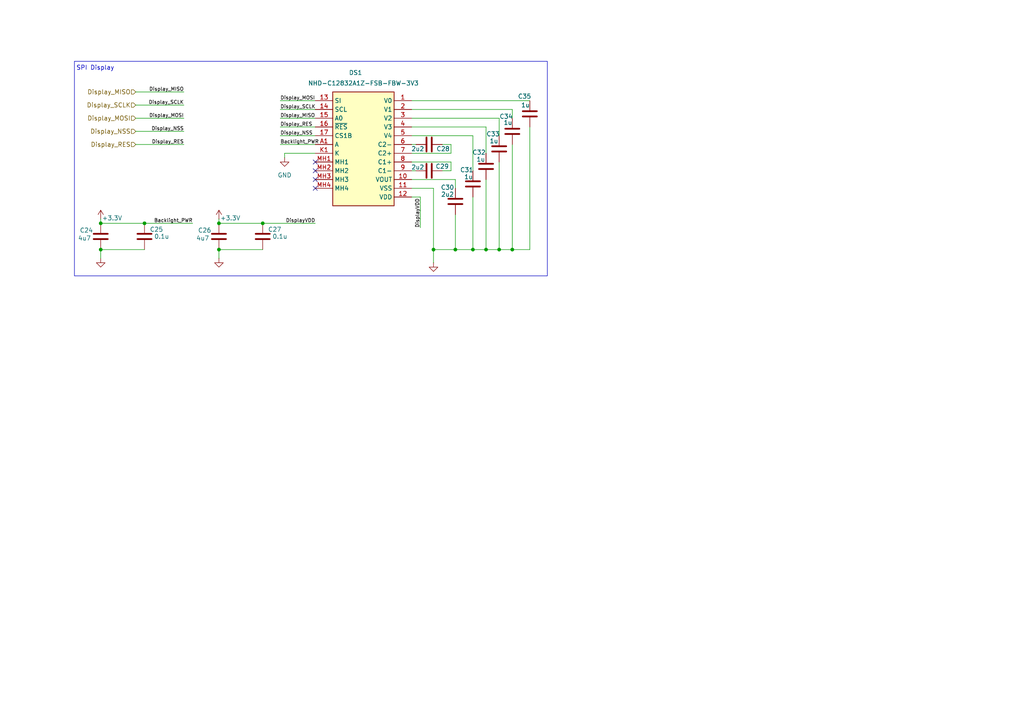
<source format=kicad_sch>
(kicad_sch (version 20250114) (generator "eeschema") (generator_version "9.0")
  (paper "A4")
  (lib_symbols
    (symbol "Device:C" (pin_numbers (hide yes)) (pin_names (offset 0.254))
      (property "Reference" "C" (at 0.635 2.54 0))
      (property "Value" "C" (at 0.635 -2.54 0))
      (symbol "C_0_1"
        (polyline (pts (xy -2.032 0.762) (xy 2.032 0.762)) (stroke (width 0.508)))
        (polyline (pts (xy -2.032 -0.762) (xy 2.032 -0.762)) (stroke (width 0.508)))
      )
      (symbol "C_1_1"
        (pin passive line (at 0 3.81 270) (length 2.794) (name "~") (number "1"))
        (pin passive line (at 0 -3.81 90) (length 2.794) (name "~") (number "2"))
      )
    )
    (symbol "NHD-C12832A1Z-FSB-FBW-3V3:NHD-C12832A1Z-FSB-FBW-3V3"
      (property "Reference" "DS" (at 24.13 7.62 0))
      (property "Value" "NHD-C12832A1Z-FSB-FBW-3V3" (at 24.13 5.08 0))
      (symbol "NHD-C12832A1Z-FSB-FBW-3V3_1_1"
        (rectangle (start 5.08 2.54) (end 22.86 -30.48) (stroke (width 0.254)) (fill (type background)))
        (pin passive line (at 0 0 0) (length 5.08) (name "V0") (number "1"))
        (pin passive line (at 0 -2.54 0) (length 5.08) (name "V1") (number "2"))
        (pin passive line (at 0 -5.08 0) (length 5.08) (name "V2") (number "3"))
        (pin passive line (at 0 -7.62 0) (length 5.08) (name "V3") (number "4"))
        (pin passive line (at 0 -10.16 0) (length 5.08) (name "V4") (number "5"))
        (pin passive line (at 0 -12.7 0) (length 5.08) (name "C2-") (number "6"))
        (pin passive line (at 0 -15.24 0) (length 5.08) (name "C2+") (number "7"))
        (pin passive line (at 0 -17.78 0) (length 5.08) (name "C1+") (number "8"))
        (pin passive line (at 0 -20.32 0) (length 5.08) (name "C1-") (number "9"))
        (pin passive line (at 0 -22.86 0) (length 5.08) (name "VOUT") (number "10"))
        (pin passive line (at 0 -25.4 0) (length 5.08) (name "VSS") (number "11"))
        (pin passive line (at 0 -27.94 0) (length 5.08) (name "VDD") (number "12"))
        (pin passive line (at 27.94 0 180) (length 5.08) (name "SI") (number "13"))
        (pin passive line (at 27.94 -2.54 180) (length 5.08) (name "SCL") (number "14"))
        (pin passive line (at 27.94 -5.08 180) (length 5.08) (name "A0") (number "15"))
        (pin passive line (at 27.94 -7.62 180) (length 5.08) (name "~{RES}") (number "16"))
        (pin passive line (at 27.94 -10.16 180) (length 5.08) (name "CS1B") (number "17"))
        (pin passive line (at 27.94 -12.7 180) (length 5.08) (name "A") (number "A1"))
        (pin passive line (at 27.94 -15.24 180) (length 5.08) (name "K") (number "K1"))
        (pin passive line (at 27.94 -17.78 180) (length 5.08) (name "MH1") (number "MH1"))
        (pin passive line (at 27.94 -20.32 180) (length 5.08) (name "MH2") (number "MH2"))
        (pin passive line (at 27.94 -22.86 180) (length 5.08) (name "MH3") (number "MH3"))
        (pin passive line (at 27.94 -25.4 180) (length 5.08) (name "MH4") (number "MH4"))
      )
    )
    (symbol "power:+3.3V" (power) (pin_numbers (hide yes)) (pin_names (offset 0) (hide yes))
      (property "Value" "+3.3V" (at 0 3.556 0))
      (symbol "+3.3V_0_1"
        (polyline (pts (xy -0.762 1.27) (xy 0 2.54)))
        (polyline (pts (xy 0 2.54) (xy 0.762 1.27)))
        (polyline (pts (xy 0 0) (xy 0 2.54)))
      )
      (symbol "+3.3V_1_1"
        (pin power_in line (at 0 0 90) (length 0) (name "~") (number "1"))
      )
    )
    (symbol "power:GND" (power) (pin_numbers (hide yes)) (pin_names (offset 0) (hide yes))
      (property "Value" "GND" (at 0 -3.81 0))
      (symbol "GND_0_1"
        (polyline (pts (xy 0 0) (xy 0 -1.27) (xy 1.27 -1.27) (xy 0 -2.54) (xy -1.27 -1.27) (xy 0 -1.27)))
      )
      (symbol "GND_1_1"
        (pin power_in line (at 0 0 270) (length 0) (name "~") (number "1"))
      )
    )
  )
  (rectangle (start 21.59 17.78) (end 158.75 80.01))
  (text "SPI Display" (at 22.098 19.812 0) (effects (font (size 1.27 1.27)) (justify left)))
  (junction (at 137.16 72.39))
  (junction (at 29.21 64.77))
  (junction (at 41.91 64.77))
  (junction (at 63.5 64.77))
  (junction (at 63.5 72.39))
  (junction (at 132.08 72.39))
  (junction (at 144.78 72.39))
  (junction (at 148.59 72.39))
  (junction (at 29.21 72.39))
  (junction (at 76.2 64.77))
  (junction (at 125.73 72.39))
  (junction (at 140.97 72.39))
  (no_connect (at 91.44 46.99))
  (no_connect (at 91.44 54.61))
  (no_connect (at 91.44 52.07))
  (no_connect (at 91.44 49.53))
  (wire (pts (xy 29.21 72.39) (xy 29.21 74.93)))
  (wire (pts (xy 41.91 72.39) (xy 29.21 72.39)))
  (wire (pts (xy 29.21 64.77) (xy 41.91 64.77)))
  (wire (pts (xy 148.59 72.39) (xy 144.78 72.39)))
  (wire (pts (xy 41.91 64.77) (xy 55.88 64.77)))
  (wire (pts (xy 119.38 57.15) (xy 121.92 57.15)))
  (wire (pts (xy 153.67 72.39) (xy 148.59 72.39)))
  (wire (pts (xy 119.38 39.37) (xy 137.16 39.37)))
  (wire (pts (xy 144.78 46.99) (xy 144.78 72.39)))
  (wire (pts (xy 130.81 44.45) (xy 130.81 41.91)))
  (wire (pts (xy 140.97 36.83) (xy 140.97 44.45)))
  (wire (pts (xy 76.2 64.77) (xy 91.44 64.77)))
  (wire (pts (xy 140.97 72.39) (xy 137.16 72.39)))
  (wire (pts (xy 144.78 34.29) (xy 144.78 39.37)))
  (wire (pts (xy 153.67 29.21) (xy 119.38 29.21)))
  (wire (pts (xy 119.38 36.83) (xy 140.97 36.83)))
  (wire (pts (xy 130.81 46.99) (xy 130.81 49.53)))
  (wire (pts (xy 125.73 72.39) (xy 125.73 76.2)))
  (wire (pts (xy 39.37 30.48) (xy 53.34 30.48)))
  (wire (pts (xy 130.81 44.45) (xy 119.38 44.45)))
  (wire (pts (xy 76.2 72.39) (xy 63.5 72.39)))
  (wire (pts (xy 63.5 64.77) (xy 76.2 64.77)))
  (wire (pts (xy 119.38 52.07) (xy 132.08 52.07)))
  (wire (pts (xy 81.28 39.37) (xy 91.44 39.37)))
  (wire (pts (xy 63.5 72.39) (xy 63.5 74.93)))
  (wire (pts (xy 120.65 41.91) (xy 119.38 41.91)))
  (wire (pts (xy 63.5 63.5) (xy 63.5 64.77)))
  (wire (pts (xy 91.44 41.91) (xy 81.28 41.91)))
  (wire (pts (xy 137.16 72.39) (xy 132.08 72.39)))
  (wire (pts (xy 140.97 52.07) (xy 140.97 72.39)))
  (wire (pts (xy 119.38 54.61) (xy 125.73 54.61)))
  (wire (pts (xy 119.38 31.75) (xy 148.59 31.75)))
  (wire (pts (xy 81.28 36.83) (xy 91.44 36.83)))
  (wire (pts (xy 29.21 63.5) (xy 29.21 64.77)))
  (wire (pts (xy 132.08 62.23) (xy 132.08 72.39)))
  (wire (pts (xy 148.59 41.91) (xy 148.59 72.39)))
  (wire (pts (xy 39.37 38.1) (xy 53.34 38.1)))
  (wire (pts (xy 39.37 26.67) (xy 53.34 26.67)))
  (wire (pts (xy 81.28 31.75) (xy 91.44 31.75)))
  (wire (pts (xy 130.81 49.53) (xy 128.27 49.53)))
  (wire (pts (xy 81.28 29.21) (xy 91.44 29.21)))
  (wire (pts (xy 81.28 34.29) (xy 91.44 34.29)))
  (wire (pts (xy 144.78 72.39) (xy 140.97 72.39)))
  (wire (pts (xy 119.38 46.99) (xy 130.81 46.99)))
  (wire (pts (xy 137.16 39.37) (xy 137.16 49.53)))
  (wire (pts (xy 82.55 44.45) (xy 91.44 44.45)))
  (wire (pts (xy 119.38 34.29) (xy 144.78 34.29)))
  (wire (pts (xy 39.37 41.91) (xy 53.34 41.91)))
  (wire (pts (xy 132.08 72.39) (xy 125.73 72.39)))
  (wire (pts (xy 119.38 49.53) (xy 120.65 49.53)))
  (wire (pts (xy 137.16 57.15) (xy 137.16 72.39)))
  (wire (pts (xy 153.67 36.83) (xy 153.67 72.39)))
  (wire (pts (xy 82.55 45.72) (xy 82.55 44.45)))
  (wire (pts (xy 121.92 57.15) (xy 121.92 66.04)))
  (wire (pts (xy 125.73 54.61) (xy 125.73 72.39)))
  (wire (pts (xy 148.59 31.75) (xy 148.59 34.29)))
  (wire (pts (xy 132.08 52.07) (xy 132.08 54.61)))
  (wire (pts (xy 39.37 34.29) (xy 53.34 34.29)))
  (wire (pts (xy 130.81 41.91) (xy 128.27 41.91)))
  (label "Display_NSS" (at 81.28 39.37 0) (effects (font (size 1.016 1.016))))
  (label "Backlight_PWR" (at 55.88 64.77 180) (effects (font (size 1.016 1.016))))
  (label "Display_MISO" (at 53.34 26.67 180) (effects (font (size 1.016 1.016))))
  (label "Backlight_PWR" (at 81.28 41.91 0) (effects (font (size 1.016 1.016))))
  (label "Display_SCLK" (at 81.28 31.75 0) (effects (font (size 1.016 1.016))))
  (label "Display_MISO" (at 81.28 34.29 0) (effects (font (size 1.016 1.016))))
  (label "DisplayVDD" (at 91.44 64.77 180) (effects (font (size 1.016 1.016))))
  (label "Display_SCLK" (at 53.34 30.48 180) (effects (font (size 1.016 1.016))))
  (label "Display_RES" (at 81.28 36.83 0) (effects (font (size 1.016 1.016))))
  (label "Display_MOSI" (at 81.28 29.21 0) (effects (font (size 1.016 1.016))))
  (label "Display_NSS" (at 53.34 38.1 180) (effects (font (size 1.016 1.016))))
  (label "DisplayVDD" (at 121.92 66.04 90) (effects (font (size 1.016 1.016))))
  (label "Display_MOSI" (at 53.34 34.29 180) (effects (font (size 1.016 1.016))))
  (label "Display_RES" (at 53.34 41.91 180) (effects (font (size 1.016 1.016))))
  (hierarchical_label "Display_NSS" (shape input) (at 39.37 38.1 180))
  (hierarchical_label "Display_RES" (shape input) (at 39.37 41.91 180))
  (hierarchical_label "Display_MOSI" (shape input) (at 39.37 34.29 180))
  (hierarchical_label "Display_SCLK" (shape input) (at 39.37 30.48 180))
  (hierarchical_label "Display_MISO" (shape input) (at 39.37 26.67 180))
  (symbol (lib_id "Device:C") (at 148.59 38.1 0) (mirror x) (unit 1)
    (property "Reference" "C34" (at 146.812 33.782 0))
    (property "Value" "1u" (at 147.32 35.56 0))
    (property "Footprint" "Capacitor_SMD:C_0603_1608Metric" (effects (hide yes)))
    (property "Description" "Unpolarized capacitor" (effects (hide yes)))
    (property "Distrbutor Link" "https://www.mouser.com/ProductDetail/TAIYO-YUDEN/MLASU168SB5105KTNA01?qs=tlsG%2FOw5FFhPjKzzJZMnOQ%3D%3D&srsltid=AfmBOorcMlsFle3SkG0XtJIKbOuFrpMRrEVUmZYMN7uFvSiB2BlKWNRY" (effects (hide yes)))
    (property "Manufacturer" "TAIYO YUDEN" (effects (hide yes)))
    (property "P/N" "MLASU168SB5105KTNA01" (effects (hide yes)))
  )
  (symbol (lib_id "Device:C") (at 140.97 48.26 0) (mirror x) (unit 1)
    (property "Reference" "C32" (at 138.938 44.196 0))
    (property "Value" "1u" (at 139.446 46.228 0))
    (property "Footprint" "Capacitor_SMD:C_0603_1608Metric" (effects (hide yes)))
    (property "Description" "Unpolarized capacitor" (effects (hide yes)))
    (property "Distrbutor Link" "https://www.mouser.com/ProductDetail/TAIYO-YUDEN/MLASU168SB5105KTNA01?qs=tlsG%2FOw5FFhPjKzzJZMnOQ%3D%3D&srsltid=AfmBOorcMlsFle3SkG0XtJIKbOuFrpMRrEVUmZYMN7uFvSiB2BlKWNRY" (effects (hide yes)))
    (property "Manufacturer" "TAIYO YUDEN" (effects (hide yes)))
    (property "P/N" "MLASU168SB5105KTNA01" (effects (hide yes)))
  )
  (symbol (lib_id "Device:C") (at 124.46 41.91 270) (mirror x) (unit 1)
    (property "Reference" "C28" (at 128.524 43.18 90))
    (property "Value" "2u2" (at 121.158 43.18 90))
    (property "Footprint" "Capacitor_SMD:C_0805_2012Metric" (effects (hide yes)))
    (property "Description" "Unpolarized capacitor" (effects (hide yes)))
    (property "Distrbutor Link" "https://www.mouser.com/ProductDetail/TAIYO-YUDEN/MCJCT21GCB7225MTPA1J?qs=tlsG%2FOw5FFibxYyppCjHtg%3D%3D" (effects (hide yes)))
    (property "Manufacturer" "TAIYO YUDEN" (effects (hide yes)))
    (property "P/N" "MCJCT21GCB7225MTPA1J" (effects (hide yes)))
  )
  (symbol (lib_id "Device:C") (at 144.78 43.18 0) (mirror x) (unit 1)
    (property "Reference" "C33" (at 143.002 38.862 0))
    (property "Value" "1u" (at 143.256 40.894 0))
    (property "Footprint" "Capacitor_SMD:C_0603_1608Metric" (effects (hide yes)))
    (property "Description" "Unpolarized capacitor" (effects (hide yes)))
    (property "Distrbutor Link" "https://www.mouser.com/ProductDetail/TAIYO-YUDEN/MLASU168SB5105KTNA01?qs=tlsG%2FOw5FFhPjKzzJZMnOQ%3D%3D&srsltid=AfmBOorcMlsFle3SkG0XtJIKbOuFrpMRrEVUmZYMN7uFvSiB2BlKWNRY" (effects (hide yes)))
    (property "Manufacturer" "TAIYO YUDEN" (effects (hide yes)))
    (property "P/N" "MLASU168SB5105KTNA01" (effects (hide yes)))
  )
  (symbol (lib_id "Device:C") (at 76.2 68.58 0) (unit 1)
    (property "Reference" "C27" (at 77.724 66.548 0) (effects (justify left)))
    (property "Value" "0.1u" (at 78.994 68.58 0) (effects (justify left)))
    (property "Footprint" "Capacitor_SMD:C_0603_1608Metric" (effects (hide yes)))
    (property "Description" "Unpolarized capacitor" (effects (hide yes)))
    (property "Distrbutor Link" "https://www.mouser.com/ProductDetail/TAIYO-YUDEN/MLASH168SB7104KTNA01?qs=tlsG%2FOw5FFi7JK68L1DgIQ%3D%3D&srsltid=AfmBOorVpJ3mcbZ5tis8ztDksE2XqfTExs2YzjOUm6_fYjixjAtIEVC5" (effects (hide yes)))
    (property "Manufacturer" "TAIYO YUDEN" (effects (hide yes)))
    (property "P/N" "MLASH168SB7104KTNA01" (effects (hide yes)))
  )
  (symbol (lib_id "Device:C") (at 41.91 68.58 0) (unit 1)
    (property "Reference" "C25" (at 43.434 66.548 0) (effects (justify left)))
    (property "Value" "0.1u" (at 44.704 68.58 0) (effects (justify left)))
    (property "Footprint" "Capacitor_SMD:C_0603_1608Metric" (effects (hide yes)))
    (property "Description" "Unpolarized capacitor" (effects (hide yes)))
    (property "Distrbutor Link" "https://www.mouser.com/ProductDetail/TAIYO-YUDEN/MLASH168SB7104KTNA01?qs=tlsG%2FOw5FFi7JK68L1DgIQ%3D%3D&srsltid=AfmBOorVpJ3mcbZ5tis8ztDksE2XqfTExs2YzjOUm6_fYjixjAtIEVC5" (effects (hide yes)))
    (property "Manufacturer" "TAIYO YUDEN" (effects (hide yes)))
    (property "P/N" "MLASH168SB7104KTNA01" (effects (hide yes)))
  )
  (symbol (lib_id "Device:C") (at 63.5 68.58 0) (unit 1)
    (property "Reference" "C26" (at 57.404 66.802 0) (effects (justify left)))
    (property "Value" "4u7" (at 56.896 69.088 0) (effects (justify left)))
    (property "Footprint" "Capacitor_SMD:C_0805_2012Metric" (effects (hide yes)))
    (property "Description" "Unpolarized capacitor" (effects (hide yes)))
    (property "Distrbutor Link" "https://www.mouser.com/ProductDetail/KYOCERA-AVX/08055D475KAT4A?qs=PzGy0jfpSMuyn0pbDu%252BoOA%3D%3D&srsltid=AfmBOorXZcETH66axENnwQCcTWAxvbA4rmjMqlUnDtfS739X24-feZjL" (effects (hide yes)))
    (property "Manufacturer" "KYOCERA AVX" (effects (hide yes)))
    (property "P/N" "08055D475KAT4A" (effects (hide yes)))
  )
  (symbol (lib_id "Device:C") (at 153.67 33.02 0) (mirror x) (unit 1)
    (property "Reference" "C35" (at 152.146 27.94 0))
    (property "Value" "1u" (at 152.4 30.48 0))
    (property "Footprint" "Capacitor_SMD:C_0603_1608Metric" (effects (hide yes)))
    (property "Description" "Unpolarized capacitor" (effects (hide yes)))
    (property "Distrbutor Link" "https://www.mouser.com/ProductDetail/TAIYO-YUDEN/MLASU168SB5105KTNA01?qs=tlsG%2FOw5FFhPjKzzJZMnOQ%3D%3D&srsltid=AfmBOorcMlsFle3SkG0XtJIKbOuFrpMRrEVUmZYMN7uFvSiB2BlKWNRY" (effects (hide yes)))
    (property "Manufacturer" "TAIYO YUDEN" (effects (hide yes)))
    (property "P/N" "MLASU168SB5105KTNA01" (effects (hide yes)))
  )
  (symbol (lib_id "power:GND") (at 29.21 74.93 0) (unit 1)
    (property "Reference" "#PWR043" (effects (hide yes)))
    (property "Value" "GND" (effects (hide yes)))
    (property "Description" "Power symbol creates a global label with name \"GND\" , ground" (effects (hide yes)))
  )
  (symbol (lib_id "Device:C") (at 137.16 53.34 0) (mirror x) (unit 1)
    (property "Reference" "C31" (at 135.382 49.276 0))
    (property "Value" "1u" (at 135.89 51.308 0))
    (property "Footprint" "Capacitor_SMD:C_0603_1608Metric" (effects (hide yes)))
    (property "Description" "Unpolarized capacitor" (effects (hide yes)))
    (property "Distrbutor Link" "https://www.mouser.com/ProductDetail/TAIYO-YUDEN/MLASU168SB5105KTNA01?qs=tlsG%2FOw5FFhPjKzzJZMnOQ%3D%3D&srsltid=AfmBOorcMlsFle3SkG0XtJIKbOuFrpMRrEVUmZYMN7uFvSiB2BlKWNRY" (effects (hide yes)))
    (property "Manufacturer" "TAIYO YUDEN" (effects (hide yes)))
    (property "P/N" "MLASU168SB5105KTNA01" (effects (hide yes)))
  )
  (symbol (lib_id "power:GND") (at 82.55 45.72 0) (mirror y) (unit 1)
    (property "Reference" "#PWR046" (effects (hide yes)))
    (property "Value" "GND" (at 82.55 50.8 0))
    (property "Description" "Power symbol creates a global label with name \"GND\" , ground" (effects (hide yes)))
  )
  (symbol (lib_id "Device:C") (at 124.46 49.53 270) (mirror x) (unit 1)
    (property "Reference" "C29" (at 128.27 48.26 90))
    (property "Value" "2u2" (at 121.158 48.514 90))
    (property "Footprint" "Capacitor_SMD:C_0805_2012Metric" (effects (hide yes)))
    (property "Description" "Unpolarized capacitor" (effects (hide yes)))
    (property "Distrbutor Link" "https://www.mouser.com/ProductDetail/TAIYO-YUDEN/MCJCT21GCB7225MTPA1J?qs=tlsG%2FOw5FFibxYyppCjHtg%3D%3D" (effects (hide yes)))
    (property "Manufacturer" "TAIYO YUDEN" (effects (hide yes)))
    (property "P/N" "MCJCT21GCB7225MTPA1J" (effects (hide yes)))
  )
  (symbol (lib_id "power:+3.3V") (at 63.5 63.5 0) (mirror y) (unit 1)
    (property "Reference" "#PWR044" (effects (hide yes)))
    (property "Value" "+3.3V" (at 66.802 63.246 0))
    (property "Description" "Power symbol creates a global label with name \"+3.3V\"" (effects (hide yes)))
  )
  (symbol (lib_id "NHD-C12832A1Z-FSB-FBW-3V3:NHD-C12832A1Z-FSB-FBW-3V3") (at 119.38 29.21 0) (mirror y) (unit 1)
    (property "Reference" "DS1" (at 103.124 21.082 0))
    (property "Value" "NHD-C12832A1Z-FSB-FBW-3V3" (at 105.41 24.13 0))
    (property "Footprint" "External Parts Mod:NHD-C12832A1ZFSBFBW3V3" (effects (hide yes)))
    (property "Datasheet" "http://www.newhavendisplay.com/specs/NHD-C12832A1Z-FSB-FBW-3V3.pdf" (effects (hide yes)))
    (property "Description" "LCD Graphic Display Modules & Accessories FSTN+ Blue 128x32 3V" (effects (hide yes)))
    (property "Height" "4.3" (effects (hide yes)))
    (property "Mouser Part Number" "763-C12832A1ZFSBFBW3" (effects (hide yes)))
    (property "Mouser Price/Stock" "https://www.mouser.co.uk/ProductDetail/Newhaven-Display/NHD-C12832A1Z-FSB-FBW-3V3?qs=krDt2o00aZcpVcOy6FZsbw%3D%3D" (effects (hide yes)))
    (property "Manufacturer_Name" "Newhaven Display" (effects (hide yes)))
    (property "Distrbutor Link" "https://www.mouser.com/ProductDetail/Newhaven-Display/NHD-C12832A1Z-FSB-FBW-3V3?qs=krDt2o00aZcpVcOy6FZsbw%3D%3D&srsltid=AfmBOoqTXc2Zqm894qb62ns1GkCitQTlBQfuoObuN4ebm__PlSpIFPKz" (effects (hide yes)))
    (property "Manufacturer" "Newhaven Display" (effects (hide yes)))
    (property "P/N" "NHD-C12832A1Z-FSB-FBW-3V3" (effects (hide yes)))
  )
  (symbol (lib_id "power:GND") (at 125.73 76.2 0) (unit 1)
    (property "Reference" "#PWR047" (effects (hide yes)))
    (property "Value" "GND" (effects (hide yes)))
    (property "Description" "Power symbol creates a global label with name \"GND\" , ground" (effects (hide yes)))
  )
  (symbol (lib_id "power:+3.3V") (at 29.21 63.5 0) (mirror y) (unit 1)
    (property "Reference" "#PWR042" (effects (hide yes)))
    (property "Value" "+3.3V" (at 32.512 63.246 0))
    (property "Description" "Power symbol creates a global label with name \"+3.3V\"" (effects (hide yes)))
  )
  (symbol (lib_id "Device:C") (at 29.21 68.58 0) (unit 1)
    (property "Reference" "C24" (at 23.114 66.802 0) (effects (justify left)))
    (property "Value" "4u7" (at 22.606 69.088 0) (effects (justify left)))
    (property "Footprint" "Capacitor_SMD:C_0805_2012Metric" (effects (hide yes)))
    (property "Description" "Unpolarized capacitor" (effects (hide yes)))
    (property "Distrbutor Link" "https://www.mouser.com/ProductDetail/KYOCERA-AVX/08055D475KAT4A?qs=PzGy0jfpSMuyn0pbDu%252BoOA%3D%3D&srsltid=AfmBOorXZcETH66axENnwQCcTWAxvbA4rmjMqlUnDtfS739X24-feZjL" (effects (hide yes)))
    (property "Manufacturer" "KYOCERA AVX" (effects (hide yes)))
    (property "P/N" "08055D475KAT4A" (effects (hide yes)))
  )
  (symbol (lib_id "power:GND") (at 63.5 74.93 0) (unit 1)
    (property "Reference" "#PWR045" (effects (hide yes)))
    (property "Value" "GND" (effects (hide yes)))
    (property "Description" "Power symbol creates a global label with name \"GND\" , ground" (effects (hide yes)))
  )
  (symbol (lib_id "Device:C") (at 132.08 58.42 0) (mirror x) (unit 1)
    (property "Reference" "C30" (at 129.794 54.356 0))
    (property "Value" "2u2" (at 129.794 56.388 0))
    (property "Footprint" "Capacitor_SMD:C_0805_2012Metric" (effects (hide yes)))
    (property "Description" "Unpolarized capacitor" (effects (hide yes)))
    (property "Distrbutor Link" "https://www.mouser.com/ProductDetail/TAIYO-YUDEN/MCJCT21GCB7225MTPA1J?qs=tlsG%2FOw5FFibxYyppCjHtg%3D%3D" (effects (hide yes)))
    (property "Manufacturer" "TAIYO YUDEN" (effects (hide yes)))
    (property "P/N" "MCJCT21GCB7225MTPA1J" (effects (hide yes)))
  )
)
</source>
